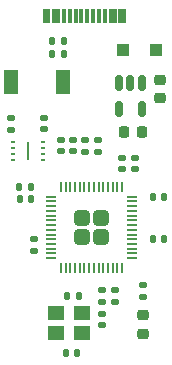
<source format=gbr>
%TF.GenerationSoftware,KiCad,Pcbnew,(6.0.8-1)-1*%
%TF.CreationDate,2022-11-12T20:26:07+08:00*%
%TF.ProjectId,RP-Link,52502d4c-696e-46b2-9e6b-696361645f70,rev?*%
%TF.SameCoordinates,Original*%
%TF.FileFunction,Paste,Top*%
%TF.FilePolarity,Positive*%
%FSLAX46Y46*%
G04 Gerber Fmt 4.6, Leading zero omitted, Abs format (unit mm)*
G04 Created by KiCad (PCBNEW (6.0.8-1)-1) date 2022-11-12 20:26:07*
%MOMM*%
%LPD*%
G01*
G04 APERTURE LIST*
G04 Aperture macros list*
%AMRoundRect*
0 Rectangle with rounded corners*
0 $1 Rounding radius*
0 $2 $3 $4 $5 $6 $7 $8 $9 X,Y pos of 4 corners*
0 Add a 4 corners polygon primitive as box body*
4,1,4,$2,$3,$4,$5,$6,$7,$8,$9,$2,$3,0*
0 Add four circle primitives for the rounded corners*
1,1,$1+$1,$2,$3*
1,1,$1+$1,$4,$5*
1,1,$1+$1,$6,$7*
1,1,$1+$1,$8,$9*
0 Add four rect primitives between the rounded corners*
20,1,$1+$1,$2,$3,$4,$5,0*
20,1,$1+$1,$4,$5,$6,$7,0*
20,1,$1+$1,$6,$7,$8,$9,0*
20,1,$1+$1,$8,$9,$2,$3,0*%
%AMOutline5P*
0 Free polygon, 5 corners , with rotation*
0 The origin of the aperture is its center*
0 number of corners: always 5*
0 $1 to $10 corner X, Y*
0 $11 Rotation angle, in degrees counterclockwise*
0 create outline with 5 corners*
4,1,5,$1,$2,$3,$4,$5,$6,$7,$8,$9,$10,$1,$2,$11*%
%AMOutline6P*
0 Free polygon, 6 corners , with rotation*
0 The origin of the aperture is its center*
0 number of corners: always 6*
0 $1 to $12 corner X, Y*
0 $13 Rotation angle, in degrees counterclockwise*
0 create outline with 6 corners*
4,1,6,$1,$2,$3,$4,$5,$6,$7,$8,$9,$10,$11,$12,$1,$2,$13*%
%AMOutline7P*
0 Free polygon, 7 corners , with rotation*
0 The origin of the aperture is its center*
0 number of corners: always 7*
0 $1 to $14 corner X, Y*
0 $15 Rotation angle, in degrees counterclockwise*
0 create outline with 7 corners*
4,1,7,$1,$2,$3,$4,$5,$6,$7,$8,$9,$10,$11,$12,$13,$14,$1,$2,$15*%
%AMOutline8P*
0 Free polygon, 8 corners , with rotation*
0 The origin of the aperture is its center*
0 number of corners: always 8*
0 $1 to $16 corner X, Y*
0 $17 Rotation angle, in degrees counterclockwise*
0 create outline with 8 corners*
4,1,8,$1,$2,$3,$4,$5,$6,$7,$8,$9,$10,$11,$12,$13,$14,$15,$16,$1,$2,$17*%
G04 Aperture macros list end*
%ADD10RoundRect,0.135000X0.135000X0.185000X-0.135000X0.185000X-0.135000X-0.185000X0.135000X-0.185000X0*%
%ADD11RoundRect,0.135000X-0.135000X-0.185000X0.135000X-0.185000X0.135000X0.185000X-0.135000X0.185000X0*%
%ADD12R,1.400000X1.200000*%
%ADD13R,0.450000X0.250000*%
%ADD14Outline5P,-0.100000X0.700000X0.000000X0.800000X0.100000X0.800000X0.100000X-0.800000X-0.100000X-0.800000X0.000000*%
%ADD15RoundRect,0.140000X-0.170000X0.140000X-0.170000X-0.140000X0.170000X-0.140000X0.170000X0.140000X0*%
%ADD16RoundRect,0.225000X0.225000X0.250000X-0.225000X0.250000X-0.225000X-0.250000X0.225000X-0.250000X0*%
%ADD17RoundRect,0.150000X-0.150000X0.512500X-0.150000X-0.512500X0.150000X-0.512500X0.150000X0.512500X0*%
%ADD18RoundRect,0.135000X-0.185000X0.135000X-0.185000X-0.135000X0.185000X-0.135000X0.185000X0.135000X0*%
%ADD19RoundRect,0.140000X0.140000X0.170000X-0.140000X0.170000X-0.140000X-0.170000X0.140000X-0.170000X0*%
%ADD20RoundRect,0.140000X-0.140000X-0.170000X0.140000X-0.170000X0.140000X0.170000X-0.140000X0.170000X0*%
%ADD21RoundRect,0.140000X0.170000X-0.140000X0.170000X0.140000X-0.170000X0.140000X-0.170000X-0.140000X0*%
%ADD22R,1.200000X2.000000*%
%ADD23RoundRect,0.225000X-0.250000X0.225000X-0.250000X-0.225000X0.250000X-0.225000X0.250000X0.225000X0*%
%ADD24RoundRect,0.218750X0.256250X-0.218750X0.256250X0.218750X-0.256250X0.218750X-0.256250X-0.218750X0*%
%ADD25RoundRect,0.249999X-0.395001X-0.395001X0.395001X-0.395001X0.395001X0.395001X-0.395001X0.395001X0*%
%ADD26RoundRect,0.050000X-0.387500X-0.050000X0.387500X-0.050000X0.387500X0.050000X-0.387500X0.050000X0*%
%ADD27RoundRect,0.050000X-0.050000X-0.387500X0.050000X-0.387500X0.050000X0.387500X-0.050000X0.387500X0*%
%ADD28R,0.300000X1.150000*%
%ADD29R,1.100000X1.100000*%
G04 APERTURE END LIST*
D10*
%TO.C,R2*%
X122860000Y-75100000D03*
X121840000Y-75100000D03*
%TD*%
D11*
%TO.C,R5*%
X123090000Y-95600000D03*
X124110000Y-95600000D03*
%TD*%
D12*
%TO.C,Y1*%
X122200000Y-98750000D03*
X124400000Y-98750000D03*
X124400000Y-97050000D03*
X122200000Y-97050000D03*
%TD*%
D13*
%TO.C,U1*%
X118525000Y-82550000D03*
X118525000Y-83050000D03*
X118525000Y-83550000D03*
X118525000Y-84050000D03*
X121075000Y-84050000D03*
X121075000Y-83550000D03*
X121075000Y-83050000D03*
X121075000Y-82550000D03*
D14*
X119800000Y-83300000D03*
%TD*%
D15*
%TO.C,C12*%
X120300000Y-90820000D03*
X120300000Y-91780000D03*
%TD*%
D16*
%TO.C,C4*%
X129475000Y-81700000D03*
X127925000Y-81700000D03*
%TD*%
D10*
%TO.C,R3*%
X122860000Y-74000000D03*
X121840000Y-74000000D03*
%TD*%
D17*
%TO.C,U2*%
X129450000Y-77532500D03*
X128500000Y-77532500D03*
X127550000Y-77532500D03*
X127550000Y-79807500D03*
X129450000Y-79807500D03*
%TD*%
D18*
%TO.C,R1*%
X118400000Y-80500000D03*
X118400000Y-81520000D03*
%TD*%
D15*
%TO.C,C9*%
X126100000Y-95120000D03*
X126100000Y-96080000D03*
%TD*%
D19*
%TO.C,C2*%
X123980000Y-100400000D03*
X123020000Y-100400000D03*
%TD*%
D20*
%TO.C,C10*%
X130420000Y-87200000D03*
X131380000Y-87200000D03*
%TD*%
D21*
%TO.C,C14*%
X127800000Y-84880000D03*
X127800000Y-83920000D03*
%TD*%
%TO.C,C1*%
X126100000Y-98080000D03*
X126100000Y-97120000D03*
%TD*%
D19*
%TO.C,C13*%
X120080000Y-87400000D03*
X119120000Y-87400000D03*
%TD*%
D21*
%TO.C,C7*%
X123600000Y-83350000D03*
X123600000Y-82390000D03*
%TD*%
%TO.C,C15*%
X128900000Y-84880000D03*
X128900000Y-83920000D03*
%TD*%
D15*
%TO.C,C6*%
X127200000Y-95120000D03*
X127200000Y-96080000D03*
%TD*%
D22*
%TO.C,SW1*%
X122800000Y-77500000D03*
X118400000Y-77500000D03*
%TD*%
D20*
%TO.C,C11*%
X130420000Y-90800000D03*
X131380000Y-90800000D03*
%TD*%
D18*
%TO.C,R7*%
X125750000Y-82390000D03*
X125750000Y-83410000D03*
%TD*%
D23*
%TO.C,C3*%
X131000000Y-77325000D03*
X131000000Y-78875000D03*
%TD*%
D24*
%TO.C,D1*%
X129600000Y-98787500D03*
X129600000Y-97212500D03*
%TD*%
D18*
%TO.C,R8*%
X129600000Y-94690000D03*
X129600000Y-95710000D03*
%TD*%
D25*
%TO.C,U3*%
X126000000Y-89000000D03*
X124400000Y-89000000D03*
X126000000Y-90600000D03*
X124400000Y-90600000D03*
D26*
X121762500Y-87200000D03*
X121762500Y-87600000D03*
X121762500Y-88000000D03*
X121762500Y-88400000D03*
X121762500Y-88800000D03*
X121762500Y-89200000D03*
X121762500Y-89600000D03*
X121762500Y-90000000D03*
X121762500Y-90400000D03*
X121762500Y-90800000D03*
X121762500Y-91200000D03*
X121762500Y-91600000D03*
X121762500Y-92000000D03*
X121762500Y-92400000D03*
D27*
X122600000Y-93237500D03*
X123000000Y-93237500D03*
X123400000Y-93237500D03*
X123800000Y-93237500D03*
X124200000Y-93237500D03*
X124600000Y-93237500D03*
X125000000Y-93237500D03*
X125400000Y-93237500D03*
X125800000Y-93237500D03*
X126200000Y-93237500D03*
X126600000Y-93237500D03*
X127000000Y-93237500D03*
X127400000Y-93237500D03*
X127800000Y-93237500D03*
D26*
X128637500Y-92400000D03*
X128637500Y-92000000D03*
X128637500Y-91600000D03*
X128637500Y-91200000D03*
X128637500Y-90800000D03*
X128637500Y-90400000D03*
X128637500Y-90000000D03*
X128637500Y-89600000D03*
X128637500Y-89200000D03*
X128637500Y-88800000D03*
X128637500Y-88400000D03*
X128637500Y-88000000D03*
X128637500Y-87600000D03*
X128637500Y-87200000D03*
D27*
X127800000Y-86362500D03*
X127400000Y-86362500D03*
X127000000Y-86362500D03*
X126600000Y-86362500D03*
X126200000Y-86362500D03*
X125800000Y-86362500D03*
X125400000Y-86362500D03*
X125000000Y-86362500D03*
X124600000Y-86362500D03*
X124200000Y-86362500D03*
X123800000Y-86362500D03*
X123400000Y-86362500D03*
X123000000Y-86362500D03*
X122600000Y-86362500D03*
%TD*%
D18*
%TO.C,R6*%
X124650000Y-82390000D03*
X124650000Y-83410000D03*
%TD*%
D21*
%TO.C,C8*%
X122600000Y-83350000D03*
X122600000Y-82390000D03*
%TD*%
D28*
%TO.C,J1*%
X127950000Y-71870000D03*
X127150000Y-71870000D03*
X125850000Y-71870000D03*
X124850000Y-71870000D03*
X124350000Y-71870000D03*
X123350000Y-71870000D03*
X122050000Y-71870000D03*
X121250000Y-71870000D03*
X121550000Y-71870000D03*
X122350000Y-71870000D03*
X122850000Y-71870000D03*
X123850000Y-71870000D03*
X125350000Y-71870000D03*
X126350000Y-71870000D03*
X126850000Y-71870000D03*
X127650000Y-71870000D03*
%TD*%
D29*
%TO.C,D2*%
X130700000Y-74800000D03*
X127900000Y-74800000D03*
%TD*%
D21*
%TO.C,C5*%
X121200000Y-81470000D03*
X121200000Y-80510000D03*
%TD*%
D11*
%TO.C,R4*%
X119090000Y-86400000D03*
X120110000Y-86400000D03*
%TD*%
M02*

</source>
